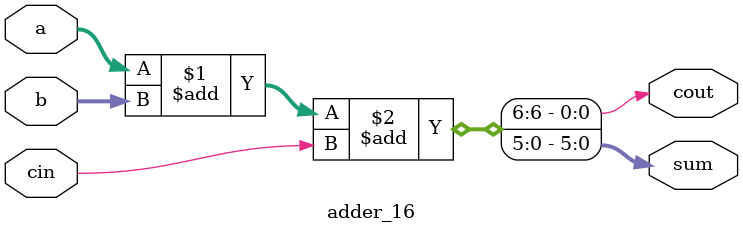
<source format=v>


module adder_16(cout, sum, a, b, cin);
parameter size = 6;  /* declare a parameter. default required */
output cout;
output [size-1:0] sum; 	 // sum uses the size parameter
input cin;
input [size-1:0] a, b;  // 'a' and 'b' use the size parameter

assign {cout, sum} = a + b + cin;

endmodule










</source>
